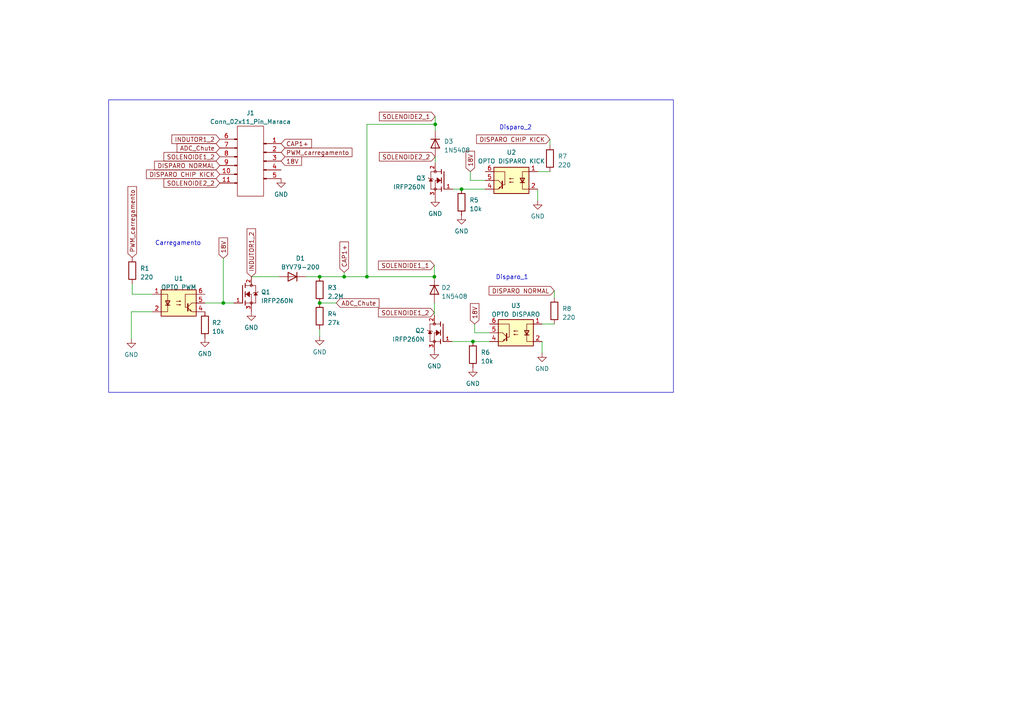
<source format=kicad_sch>
(kicad_sch (version 20230121) (generator eeschema)

  (uuid 1de9637d-97cd-4863-af99-42f1b5fd7dcb)

  (paper "A4")

  (lib_symbols
    (symbol "Device:R" (pin_numbers hide) (pin_names (offset 0)) (in_bom yes) (on_board yes)
      (property "Reference" "R" (at 2.032 0 90)
        (effects (font (size 1.27 1.27)))
      )
      (property "Value" "R" (at 0 0 90)
        (effects (font (size 1.27 1.27)))
      )
      (property "Footprint" "" (at -1.778 0 90)
        (effects (font (size 1.27 1.27)) hide)
      )
      (property "Datasheet" "~" (at 0 0 0)
        (effects (font (size 1.27 1.27)) hide)
      )
      (property "ki_keywords" "R res resistor" (at 0 0 0)
        (effects (font (size 1.27 1.27)) hide)
      )
      (property "ki_description" "Resistor" (at 0 0 0)
        (effects (font (size 1.27 1.27)) hide)
      )
      (property "ki_fp_filters" "R_*" (at 0 0 0)
        (effects (font (size 1.27 1.27)) hide)
      )
      (symbol "R_0_1"
        (rectangle (start -1.016 -2.54) (end 1.016 2.54)
          (stroke (width 0.254) (type default))
          (fill (type none))
        )
      )
      (symbol "R_1_1"
        (pin passive line (at 0 3.81 270) (length 1.27)
          (name "~" (effects (font (size 1.27 1.27))))
          (number "1" (effects (font (size 1.27 1.27))))
        )
        (pin passive line (at 0 -3.81 90) (length 1.27)
          (name "~" (effects (font (size 1.27 1.27))))
          (number "2" (effects (font (size 1.27 1.27))))
        )
      )
    )
    (symbol "Diode:1N5408" (pin_numbers hide) (pin_names hide) (in_bom yes) (on_board yes)
      (property "Reference" "D" (at 0 2.54 0)
        (effects (font (size 1.27 1.27)))
      )
      (property "Value" "1N5408" (at 0 -2.54 0)
        (effects (font (size 1.27 1.27)))
      )
      (property "Footprint" "Diode_THT:D_DO-201AD_P15.24mm_Horizontal" (at 0 -4.445 0)
        (effects (font (size 1.27 1.27)) hide)
      )
      (property "Datasheet" "http://www.vishay.com/docs/88516/1n5400.pdf" (at 0 0 0)
        (effects (font (size 1.27 1.27)) hide)
      )
      (property "Sim.Device" "D" (at 0 0 0)
        (effects (font (size 1.27 1.27)) hide)
      )
      (property "Sim.Pins" "1=K 2=A" (at 0 0 0)
        (effects (font (size 1.27 1.27)) hide)
      )
      (property "ki_keywords" "diode" (at 0 0 0)
        (effects (font (size 1.27 1.27)) hide)
      )
      (property "ki_description" "1000V 3A General Purpose Rectifier Diode, DO-201AD" (at 0 0 0)
        (effects (font (size 1.27 1.27)) hide)
      )
      (property "ki_fp_filters" "D*DO?201AD*" (at 0 0 0)
        (effects (font (size 1.27 1.27)) hide)
      )
      (symbol "1N5408_0_1"
        (polyline
          (pts
            (xy -1.27 1.27)
            (xy -1.27 -1.27)
          )
          (stroke (width 0.254) (type default))
          (fill (type none))
        )
        (polyline
          (pts
            (xy 1.27 0)
            (xy -1.27 0)
          )
          (stroke (width 0) (type default))
          (fill (type none))
        )
        (polyline
          (pts
            (xy 1.27 1.27)
            (xy 1.27 -1.27)
            (xy -1.27 0)
            (xy 1.27 1.27)
          )
          (stroke (width 0.254) (type default))
          (fill (type none))
        )
      )
      (symbol "1N5408_1_1"
        (pin passive line (at -3.81 0 0) (length 2.54)
          (name "K" (effects (font (size 1.27 1.27))))
          (number "1" (effects (font (size 1.27 1.27))))
        )
        (pin passive line (at 3.81 0 180) (length 2.54)
          (name "A" (effects (font (size 1.27 1.27))))
          (number "2" (effects (font (size 1.27 1.27))))
        )
      )
    )
    (symbol "Diode:BYV79-200" (pin_numbers hide) (pin_names hide) (in_bom yes) (on_board yes)
      (property "Reference" "D" (at 0 2.54 0)
        (effects (font (size 1.27 1.27)))
      )
      (property "Value" "BYV79-200" (at 0 -2.54 0)
        (effects (font (size 1.27 1.27)))
      )
      (property "Footprint" "Package_TO_SOT_THT:TO-220-2_Vertical" (at 0 -4.445 0)
        (effects (font (size 1.27 1.27)) hide)
      )
      (property "Datasheet" "http://pdf.datasheetcatalog.com/datasheet/philips/BYV79-100.pdf" (at 0 0 0)
        (effects (font (size 1.27 1.27)) hide)
      )
      (property "Sim.Device" "D" (at 0 0 0)
        (effects (font (size 1.27 1.27)) hide)
      )
      (property "Sim.Pins" "1=K 2=A" (at 0 0 0)
        (effects (font (size 1.27 1.27)) hide)
      )
      (property "ki_keywords" "diode" (at 0 0 0)
        (effects (font (size 1.27 1.27)) hide)
      )
      (property "ki_description" "200V 14A Ultrafast Rectifier Diode, TO-220" (at 0 0 0)
        (effects (font (size 1.27 1.27)) hide)
      )
      (property "ki_fp_filters" "TO?220*" (at 0 0 0)
        (effects (font (size 1.27 1.27)) hide)
      )
      (symbol "BYV79-200_0_1"
        (polyline
          (pts
            (xy -1.27 1.27)
            (xy -1.27 -1.27)
          )
          (stroke (width 0.254) (type default))
          (fill (type none))
        )
        (polyline
          (pts
            (xy 1.27 0)
            (xy -1.27 0)
          )
          (stroke (width 0) (type default))
          (fill (type none))
        )
        (polyline
          (pts
            (xy 1.27 1.27)
            (xy 1.27 -1.27)
            (xy -1.27 0)
            (xy 1.27 1.27)
          )
          (stroke (width 0.254) (type default))
          (fill (type none))
        )
      )
      (symbol "BYV79-200_1_1"
        (pin passive line (at -3.81 0 0) (length 2.54)
          (name "K" (effects (font (size 1.27 1.27))))
          (number "1" (effects (font (size 1.27 1.27))))
        )
        (pin passive line (at 3.81 0 180) (length 2.54)
          (name "A" (effects (font (size 1.27 1.27))))
          (number "2" (effects (font (size 1.27 1.27))))
        )
      )
    )
    (symbol "IRFP260N:IRFP260N" (pin_names (offset 1.016)) (in_bom yes) (on_board yes)
      (property "Reference" "Q" (at -8.89 2.54 0)
        (effects (font (size 1.27 1.27)) (justify left bottom))
      )
      (property "Value" "IRFP260N" (at -8.89 -7.62 0)
        (effects (font (size 1.27 1.27)) (justify left bottom))
      )
      (property "Footprint" "TO545P1560X500X2460-3" (at 0 0 0)
        (effects (font (size 1.27 1.27)) (justify bottom) hide)
      )
      (property "Datasheet" "" (at 0 0 0)
        (effects (font (size 1.27 1.27)) hide)
      )
      (property "PARTREV" "08/18/10" (at 0 0 0)
        (effects (font (size 1.27 1.27)) (justify bottom) hide)
      )
      (property "STANDARD" "IPC 7351B" (at 0 0 0)
        (effects (font (size 1.27 1.27)) (justify bottom) hide)
      )
      (property "MAXIMUM_PACKAGE_HEIGHT" "24.6 mm" (at 0 0 0)
        (effects (font (size 1.27 1.27)) (justify bottom) hide)
      )
      (property "MANUFACTURER" "Infineon Technologies" (at 0 0 0)
        (effects (font (size 1.27 1.27)) (justify bottom) hide)
      )
      (symbol "IRFP260N_0_0"
        (polyline
          (pts
            (xy 0 2.54)
            (xy 0 -2.54)
          )
          (stroke (width 0.254) (type default))
          (fill (type none))
        )
        (polyline
          (pts
            (xy 0.762 -2.54)
            (xy 0.762 -3.175)
          )
          (stroke (width 0.254) (type default))
          (fill (type none))
        )
        (polyline
          (pts
            (xy 0.762 -1.905)
            (xy 0.762 -2.54)
          )
          (stroke (width 0.254) (type default))
          (fill (type none))
        )
        (polyline
          (pts
            (xy 0.762 0)
            (xy 0.762 -0.762)
          )
          (stroke (width 0.254) (type default))
          (fill (type none))
        )
        (polyline
          (pts
            (xy 0.762 0)
            (xy 2.54 0)
          )
          (stroke (width 0.1524) (type default))
          (fill (type none))
        )
        (polyline
          (pts
            (xy 0.762 0.762)
            (xy 0.762 0)
          )
          (stroke (width 0.254) (type default))
          (fill (type none))
        )
        (polyline
          (pts
            (xy 0.762 2.54)
            (xy 0.762 1.905)
          )
          (stroke (width 0.254) (type default))
          (fill (type none))
        )
        (polyline
          (pts
            (xy 0.762 2.54)
            (xy 3.81 2.54)
          )
          (stroke (width 0.1524) (type default))
          (fill (type none))
        )
        (polyline
          (pts
            (xy 0.762 3.175)
            (xy 0.762 2.54)
          )
          (stroke (width 0.254) (type default))
          (fill (type none))
        )
        (polyline
          (pts
            (xy 2.54 -2.54)
            (xy 0.762 -2.54)
          )
          (stroke (width 0.1524) (type default))
          (fill (type none))
        )
        (polyline
          (pts
            (xy 2.54 -2.54)
            (xy 3.81 -2.54)
          )
          (stroke (width 0.1524) (type default))
          (fill (type none))
        )
        (polyline
          (pts
            (xy 2.54 0)
            (xy 2.54 -2.54)
          )
          (stroke (width 0.1524) (type default))
          (fill (type none))
        )
        (polyline
          (pts
            (xy 3.302 0.508)
            (xy 3.048 0.254)
          )
          (stroke (width 0.1524) (type default))
          (fill (type none))
        )
        (polyline
          (pts
            (xy 3.81 0.508)
            (xy 3.302 0.508)
          )
          (stroke (width 0.1524) (type default))
          (fill (type none))
        )
        (polyline
          (pts
            (xy 3.81 0.508)
            (xy 3.81 -2.54)
          )
          (stroke (width 0.1524) (type default))
          (fill (type none))
        )
        (polyline
          (pts
            (xy 3.81 2.54)
            (xy 3.81 0.508)
          )
          (stroke (width 0.1524) (type default))
          (fill (type none))
        )
        (polyline
          (pts
            (xy 4.318 0.508)
            (xy 3.81 0.508)
          )
          (stroke (width 0.1524) (type default))
          (fill (type none))
        )
        (polyline
          (pts
            (xy 4.572 0.762)
            (xy 4.318 0.508)
          )
          (stroke (width 0.1524) (type default))
          (fill (type none))
        )
        (polyline
          (pts
            (xy 1.016 0)
            (xy 2.032 0.762)
            (xy 2.032 -0.762)
            (xy 1.016 0)
          )
          (stroke (width 0.1524) (type default))
          (fill (type outline))
        )
        (polyline
          (pts
            (xy 3.81 0.508)
            (xy 3.302 -0.254)
            (xy 4.318 -0.254)
            (xy 3.81 0.508)
          )
          (stroke (width 0.1524) (type default))
          (fill (type outline))
        )
        (circle (center 2.54 -2.54) (radius 0.3592)
          (stroke (width 0) (type default))
          (fill (type none))
        )
        (circle (center 2.54 2.54) (radius 0.3592)
          (stroke (width 0) (type default))
          (fill (type none))
        )
        (pin passive line (at -2.54 -2.54 0) (length 2.54)
          (name "~" (effects (font (size 1.016 1.016))))
          (number "1" (effects (font (size 1.016 1.016))))
        )
        (pin passive line (at 2.54 5.08 270) (length 2.54)
          (name "~" (effects (font (size 1.016 1.016))))
          (number "2" (effects (font (size 1.016 1.016))))
        )
        (pin passive line (at 2.54 -5.08 90) (length 2.54)
          (name "~" (effects (font (size 1.016 1.016))))
          (number "3" (effects (font (size 1.016 1.016))))
        )
      )
    )
    (symbol "Isolator:4N25" (pin_names (offset 1.016)) (in_bom yes) (on_board yes)
      (property "Reference" "U" (at -5.08 5.08 0)
        (effects (font (size 1.27 1.27)) (justify left))
      )
      (property "Value" "4N25" (at 0 5.08 0)
        (effects (font (size 1.27 1.27)) (justify left))
      )
      (property "Footprint" "Package_DIP:DIP-6_W7.62mm" (at -5.08 -5.08 0)
        (effects (font (size 1.27 1.27) italic) (justify left) hide)
      )
      (property "Datasheet" "https://www.vishay.com/docs/83725/4n25.pdf" (at 0 0 0)
        (effects (font (size 1.27 1.27)) (justify left) hide)
      )
      (property "ki_keywords" "NPN DC Optocoupler Base Connected" (at 0 0 0)
        (effects (font (size 1.27 1.27)) hide)
      )
      (property "ki_description" "DC Optocoupler Base Connected, Vce 30V, CTR 20%, Viso 2500V, DIP6" (at 0 0 0)
        (effects (font (size 1.27 1.27)) hide)
      )
      (property "ki_fp_filters" "DIP*W7.62mm*" (at 0 0 0)
        (effects (font (size 1.27 1.27)) hide)
      )
      (symbol "4N25_0_1"
        (rectangle (start -5.08 3.81) (end 5.08 -3.81)
          (stroke (width 0.254) (type default))
          (fill (type background))
        )
        (polyline
          (pts
            (xy -3.81 -0.635)
            (xy -2.54 -0.635)
          )
          (stroke (width 0.254) (type default))
          (fill (type none))
        )
        (polyline
          (pts
            (xy 2.667 -1.397)
            (xy 3.81 -2.54)
          )
          (stroke (width 0) (type default))
          (fill (type none))
        )
        (polyline
          (pts
            (xy 2.667 -1.143)
            (xy 3.81 0)
          )
          (stroke (width 0) (type default))
          (fill (type none))
        )
        (polyline
          (pts
            (xy 3.81 -2.54)
            (xy 5.08 -2.54)
          )
          (stroke (width 0) (type default))
          (fill (type none))
        )
        (polyline
          (pts
            (xy 3.81 0)
            (xy 5.08 0)
          )
          (stroke (width 0) (type default))
          (fill (type none))
        )
        (polyline
          (pts
            (xy 2.667 -0.254)
            (xy 2.667 -2.286)
            (xy 2.667 -2.286)
          )
          (stroke (width 0.3556) (type default))
          (fill (type none))
        )
        (polyline
          (pts
            (xy -5.08 -2.54)
            (xy -3.175 -2.54)
            (xy -3.175 2.54)
            (xy -5.08 2.54)
          )
          (stroke (width 0) (type default))
          (fill (type none))
        )
        (polyline
          (pts
            (xy -3.175 -0.635)
            (xy -3.81 0.635)
            (xy -2.54 0.635)
            (xy -3.175 -0.635)
          )
          (stroke (width 0.254) (type default))
          (fill (type none))
        )
        (polyline
          (pts
            (xy 3.683 -2.413)
            (xy 3.429 -1.905)
            (xy 3.175 -2.159)
            (xy 3.683 -2.413)
          )
          (stroke (width 0) (type default))
          (fill (type none))
        )
        (polyline
          (pts
            (xy 5.08 2.54)
            (xy 1.905 2.54)
            (xy 1.905 -1.27)
            (xy 2.54 -1.27)
          )
          (stroke (width 0) (type default))
          (fill (type none))
        )
        (polyline
          (pts
            (xy -0.635 -0.508)
            (xy 0.635 -0.508)
            (xy 0.254 -0.635)
            (xy 0.254 -0.381)
            (xy 0.635 -0.508)
          )
          (stroke (width 0) (type default))
          (fill (type none))
        )
        (polyline
          (pts
            (xy -0.635 0.508)
            (xy 0.635 0.508)
            (xy 0.254 0.381)
            (xy 0.254 0.635)
            (xy 0.635 0.508)
          )
          (stroke (width 0) (type default))
          (fill (type none))
        )
      )
      (symbol "4N25_1_1"
        (pin passive line (at -7.62 2.54 0) (length 2.54)
          (name "~" (effects (font (size 1.27 1.27))))
          (number "1" (effects (font (size 1.27 1.27))))
        )
        (pin passive line (at -7.62 -2.54 0) (length 2.54)
          (name "~" (effects (font (size 1.27 1.27))))
          (number "2" (effects (font (size 1.27 1.27))))
        )
        (pin no_connect line (at -5.08 0 0) (length 2.54) hide
          (name "NC" (effects (font (size 1.27 1.27))))
          (number "3" (effects (font (size 1.27 1.27))))
        )
        (pin passive line (at 7.62 -2.54 180) (length 2.54)
          (name "~" (effects (font (size 1.27 1.27))))
          (number "4" (effects (font (size 1.27 1.27))))
        )
        (pin passive line (at 7.62 0 180) (length 2.54)
          (name "~" (effects (font (size 1.27 1.27))))
          (number "5" (effects (font (size 1.27 1.27))))
        )
        (pin passive line (at 7.62 2.54 180) (length 2.54)
          (name "~" (effects (font (size 1.27 1.27))))
          (number "6" (effects (font (size 1.27 1.27))))
        )
      )
    )
    (symbol "Maraca:Conn_02x11_Pin_Maraca" (pin_names (offset 1.016) hide) (in_bom yes) (on_board yes)
      (property "Reference" "J" (at -29.21 16.51 0)
        (effects (font (size 1.27 1.27)))
      )
      (property "Value" "Conn_02x11_Pin_Maraca" (at -29.21 -7.62 0)
        (effects (font (size 1.27 1.27)))
      )
      (property "Footprint" "" (at -33.02 11.43 0)
        (effects (font (size 1.27 1.27)) hide)
      )
      (property "Datasheet" "~" (at -33.02 11.43 0)
        (effects (font (size 1.27 1.27)) hide)
      )
      (property "ki_locked" "" (at 0 0 0)
        (effects (font (size 1.27 1.27)))
      )
      (property "ki_keywords" "connector" (at 0 0 0)
        (effects (font (size 1.27 1.27)) hide)
      )
      (property "ki_description" "Generic connector, single row, 01x13, script generated" (at 0 0 0)
        (effects (font (size 1.27 1.27)) hide)
      )
      (property "ki_fp_filters" "Connector*:*_1x??_*" (at 0 0 0)
        (effects (font (size 1.27 1.27)) hide)
      )
      (symbol "Conn_02x11_Pin_Maraca_1_1"
        (rectangle (start -33.02 -1.397) (end -33.8836 -1.143)
          (stroke (width 0.1524) (type default))
          (fill (type outline))
        )
        (rectangle (start -33.02 1.143) (end -33.8836 1.397)
          (stroke (width 0.1524) (type default))
          (fill (type outline))
        )
        (rectangle (start -33.02 3.683) (end -33.8836 3.937)
          (stroke (width 0.1524) (type default))
          (fill (type outline))
        )
        (rectangle (start -33.02 6.223) (end -33.8836 6.477)
          (stroke (width 0.1524) (type default))
          (fill (type outline))
        )
        (rectangle (start -33.02 8.763) (end -33.8836 9.017)
          (stroke (width 0.1524) (type default))
          (fill (type outline))
        )
        (rectangle (start -33.02 11.303) (end -33.8836 11.557)
          (stroke (width 0.1524) (type default))
          (fill (type outline))
        )
        (rectangle (start -33.02 15.24) (end -25.4 -5.08)
          (stroke (width 0) (type default))
          (fill (type none))
        )
        (rectangle (start -24.5364 0.127) (end -25.4 -0.127)
          (stroke (width 0.1524) (type default))
          (fill (type outline))
        )
        (rectangle (start -24.5364 2.667) (end -25.4 2.413)
          (stroke (width 0.1524) (type default))
          (fill (type outline))
        )
        (rectangle (start -24.5364 5.207) (end -25.4 4.953)
          (stroke (width 0.1524) (type default))
          (fill (type outline))
        )
        (rectangle (start -24.5364 7.747) (end -25.4 7.493)
          (stroke (width 0.1524) (type default))
          (fill (type outline))
        )
        (rectangle (start -24.5364 10.287) (end -25.4 10.033)
          (stroke (width 0.1524) (type default))
          (fill (type outline))
        )
        (polyline
          (pts
            (xy -34.29 -1.27)
            (xy -33.8836 -1.27)
          )
          (stroke (width 0.1524) (type default))
          (fill (type none))
        )
        (polyline
          (pts
            (xy -34.29 1.27)
            (xy -33.8836 1.27)
          )
          (stroke (width 0.1524) (type default))
          (fill (type none))
        )
        (polyline
          (pts
            (xy -34.29 3.81)
            (xy -33.8836 3.81)
          )
          (stroke (width 0.1524) (type default))
          (fill (type none))
        )
        (polyline
          (pts
            (xy -34.29 6.35)
            (xy -33.8836 6.35)
          )
          (stroke (width 0.1524) (type default))
          (fill (type none))
        )
        (polyline
          (pts
            (xy -34.29 8.89)
            (xy -33.8836 8.89)
          )
          (stroke (width 0.1524) (type default))
          (fill (type none))
        )
        (polyline
          (pts
            (xy -34.29 11.43)
            (xy -33.8836 11.43)
          )
          (stroke (width 0.1524) (type default))
          (fill (type none))
        )
        (polyline
          (pts
            (xy -24.13 0)
            (xy -24.5364 0)
          )
          (stroke (width 0.1524) (type default))
          (fill (type none))
        )
        (polyline
          (pts
            (xy -24.13 2.54)
            (xy -24.5364 2.54)
          )
          (stroke (width 0.1524) (type default))
          (fill (type none))
        )
        (polyline
          (pts
            (xy -24.13 5.08)
            (xy -24.5364 5.08)
          )
          (stroke (width 0.1524) (type default))
          (fill (type none))
        )
        (polyline
          (pts
            (xy -24.13 7.62)
            (xy -24.5364 7.62)
          )
          (stroke (width 0.1524) (type default))
          (fill (type none))
        )
        (polyline
          (pts
            (xy -24.13 10.16)
            (xy -24.5364 10.16)
          )
          (stroke (width 0.1524) (type default))
          (fill (type none))
        )
        (pin passive line (at -20.32 10.16 180) (length 3.81)
          (name "Pin_1" (effects (font (size 1.27 1.27))))
          (number "1" (effects (font (size 1.27 1.27))))
        )
        (pin passive line (at -38.1 1.27 0) (length 3.81)
          (name "Pin_10" (effects (font (size 1.27 1.27))))
          (number "10" (effects (font (size 1.27 1.27))))
        )
        (pin passive line (at -38.1 -1.27 0) (length 3.81)
          (name "Pin_11" (effects (font (size 1.27 1.27))))
          (number "11" (effects (font (size 1.27 1.27))))
        )
        (pin passive line (at -20.32 7.62 180) (length 3.81)
          (name "Pin_2" (effects (font (size 1.27 1.27))))
          (number "2" (effects (font (size 1.27 1.27))))
        )
        (pin passive line (at -20.32 5.08 180) (length 3.81)
          (name "Pin_3" (effects (font (size 1.27 1.27))))
          (number "3" (effects (font (size 1.27 1.27))))
        )
        (pin passive line (at -20.32 2.54 180) (length 3.81)
          (name "Pin_4" (effects (font (size 1.27 1.27))))
          (number "4" (effects (font (size 1.27 1.27))))
        )
        (pin passive line (at -20.32 0 180) (length 3.81)
          (name "Pin_5" (effects (font (size 1.27 1.27))))
          (number "5" (effects (font (size 1.27 1.27))))
        )
        (pin passive line (at -38.1 11.43 0) (length 3.81)
          (name "Pin_6" (effects (font (size 1.27 1.27))))
          (number "6" (effects (font (size 1.27 1.27))))
        )
        (pin passive line (at -38.1 8.89 0) (length 3.81)
          (name "Pin_7" (effects (font (size 1.27 1.27))))
          (number "7" (effects (font (size 1.27 1.27))))
        )
        (pin passive line (at -38.1 6.35 0) (length 3.81)
          (name "Pin_8" (effects (font (size 1.27 1.27))))
          (number "8" (effects (font (size 1.27 1.27))))
        )
        (pin passive line (at -38.1 3.81 0) (length 3.81)
          (name "Pin_9" (effects (font (size 1.27 1.27))))
          (number "9" (effects (font (size 1.27 1.27))))
        )
      )
    )
    (symbol "power:GND" (power) (pin_names (offset 0)) (in_bom yes) (on_board yes)
      (property "Reference" "#PWR" (at 0 -6.35 0)
        (effects (font (size 1.27 1.27)) hide)
      )
      (property "Value" "GND" (at 0 -3.81 0)
        (effects (font (size 1.27 1.27)))
      )
      (property "Footprint" "" (at 0 0 0)
        (effects (font (size 1.27 1.27)) hide)
      )
      (property "Datasheet" "" (at 0 0 0)
        (effects (font (size 1.27 1.27)) hide)
      )
      (property "ki_keywords" "global power" (at 0 0 0)
        (effects (font (size 1.27 1.27)) hide)
      )
      (property "ki_description" "Power symbol creates a global label with name \"GND\" , ground" (at 0 0 0)
        (effects (font (size 1.27 1.27)) hide)
      )
      (symbol "GND_0_1"
        (polyline
          (pts
            (xy 0 0)
            (xy 0 -1.27)
            (xy 1.27 -1.27)
            (xy 0 -2.54)
            (xy -1.27 -1.27)
            (xy 0 -1.27)
          )
          (stroke (width 0) (type default))
          (fill (type none))
        )
      )
      (symbol "GND_1_1"
        (pin power_in line (at 0 0 270) (length 0) hide
          (name "GND" (effects (font (size 1.27 1.27))))
          (number "1" (effects (font (size 1.27 1.27))))
        )
      )
    )
  )

  (junction (at 64.77 87.884) (diameter 0) (color 0 0 0 0)
    (uuid 20ff674d-cdfd-4fbd-a88e-12f27493bf36)
  )
  (junction (at 99.822 80.264) (diameter 0) (color 0 0 0 0)
    (uuid 5c7adb63-4110-413b-801f-5119ddf654e9)
  )
  (junction (at 126.238 36.068) (diameter 0) (color 0 0 0 0)
    (uuid 5c9e4e2b-54f3-4678-b3c0-01948c66dd80)
  )
  (junction (at 106.426 80.264) (diameter 0) (color 0 0 0 0)
    (uuid 6727a927-83a0-4ebc-b4b1-e121bd857375)
  )
  (junction (at 137.16 99.06) (diameter 0) (color 0 0 0 0)
    (uuid 9384c846-3e07-4e8b-a6a3-baf6491b8b31)
  )
  (junction (at 125.984 80.264) (diameter 0) (color 0 0 0 0)
    (uuid c87a078c-243e-4d6b-a8da-9bedd0c89b03)
  )
  (junction (at 92.71 87.884) (diameter 0) (color 0 0 0 0)
    (uuid d8bf2dd9-a9bc-4382-8ad0-4a0a07ddfb6b)
  )
  (junction (at 133.858 54.864) (diameter 0) (color 0 0 0 0)
    (uuid dc107b70-f4a3-41b6-8973-e95e46c1faf6)
  )
  (junction (at 92.71 80.264) (diameter 0) (color 0 0 0 0)
    (uuid ee4fa9d7-1494-4376-8874-0cb6585da704)
  )

  (wire (pts (xy 59.436 87.884) (xy 64.77 87.884))
    (stroke (width 0) (type default))
    (uuid 1910263a-1c70-470a-a35c-8e0d474aa0cf)
  )
  (wire (pts (xy 160.782 84.328) (xy 160.782 86.36))
    (stroke (width 0) (type default))
    (uuid 281144ec-b040-4533-87bf-a1f686e886d9)
  )
  (wire (pts (xy 88.646 80.264) (xy 92.71 80.264))
    (stroke (width 0) (type default))
    (uuid 2b406aef-23be-4352-aeb7-ac23dc62a388)
  )
  (wire (pts (xy 136.398 52.324) (xy 136.398 49.784))
    (stroke (width 0) (type default))
    (uuid 3820ac9e-266d-4bca-911f-0a48ceff7106)
  )
  (wire (pts (xy 137.16 99.06) (xy 141.986 99.06))
    (stroke (width 0) (type default))
    (uuid 3c961268-44c2-4580-a110-58ce2cb5273a)
  )
  (wire (pts (xy 64.77 74.93) (xy 64.77 87.884))
    (stroke (width 0) (type default))
    (uuid 3d983c13-d253-4ae3-a615-46556f0d2de3)
  )
  (wire (pts (xy 159.512 49.784) (xy 155.956 49.784))
    (stroke (width 0) (type default))
    (uuid 4a54c36b-b76f-4ad7-8e85-c22d77eed8c2)
  )
  (wire (pts (xy 125.984 87.884) (xy 125.984 91.44))
    (stroke (width 0) (type default))
    (uuid 52ebb1db-a36d-48b7-b636-22365373e5e7)
  )
  (wire (pts (xy 92.71 97.536) (xy 92.71 95.504))
    (stroke (width 0) (type default))
    (uuid 5521bf3d-5b92-432b-8474-3d7e6996f4f3)
  )
  (wire (pts (xy 38.354 82.296) (xy 38.354 85.344))
    (stroke (width 0) (type default))
    (uuid 5b00b66c-2cb0-4cc4-9141-6fcab6dc7cf9)
  )
  (wire (pts (xy 38.354 85.344) (xy 44.196 85.344))
    (stroke (width 0) (type default))
    (uuid 5c8fb986-55dd-4f29-b070-af1be41772c5)
  )
  (wire (pts (xy 126.238 37.846) (xy 126.238 36.068))
    (stroke (width 0) (type default))
    (uuid 5d8e9657-cc35-4c0a-b512-c1eddc2eb5ec)
  )
  (wire (pts (xy 160.782 93.98) (xy 157.226 93.98))
    (stroke (width 0) (type default))
    (uuid 60995cc3-ddf0-41b7-a2ef-c5cc08dd9f68)
  )
  (wire (pts (xy 99.822 78.994) (xy 99.822 80.264))
    (stroke (width 0) (type default))
    (uuid 660d99a8-c0bd-4575-9369-6727e0cb75ff)
  )
  (wire (pts (xy 140.716 52.324) (xy 136.398 52.324))
    (stroke (width 0) (type default))
    (uuid 7a892e92-9c1b-42ed-b695-41ff2d67106a)
  )
  (wire (pts (xy 72.898 80.264) (xy 81.026 80.264))
    (stroke (width 0) (type default))
    (uuid 877e05fa-673b-48ff-8718-07d29bbb8aec)
  )
  (wire (pts (xy 125.984 76.962) (xy 125.984 80.264))
    (stroke (width 0) (type default))
    (uuid 97bb53df-1981-462b-b11b-6c08143873c9)
  )
  (wire (pts (xy 106.426 36.068) (xy 126.238 36.068))
    (stroke (width 0) (type default))
    (uuid a3db7da2-b74d-4cfc-9d49-adde313ac624)
  )
  (wire (pts (xy 157.226 99.06) (xy 157.226 102.362))
    (stroke (width 0) (type default))
    (uuid a4d24db6-1fc7-416a-92dd-f66111675595)
  )
  (wire (pts (xy 92.71 80.264) (xy 99.822 80.264))
    (stroke (width 0) (type default))
    (uuid a80d020d-0d46-4550-b1d0-4f062ae7f179)
  )
  (wire (pts (xy 38.1 90.424) (xy 44.196 90.424))
    (stroke (width 0) (type default))
    (uuid b02e37a5-d339-467c-a704-2a4742624999)
  )
  (wire (pts (xy 97.536 87.884) (xy 92.71 87.884))
    (stroke (width 0) (type default))
    (uuid b99bd3de-ed72-42f2-a04a-a8579d2de182)
  )
  (wire (pts (xy 126.238 45.466) (xy 126.238 47.244))
    (stroke (width 0) (type default))
    (uuid c229ed14-7969-4315-9f0f-233fb2a7735a)
  )
  (wire (pts (xy 99.822 80.264) (xy 106.426 80.264))
    (stroke (width 0) (type default))
    (uuid d3aaddea-a3cf-4fc6-a864-17e7c1c71bc6)
  )
  (wire (pts (xy 141.986 96.52) (xy 137.668 96.52))
    (stroke (width 0) (type default))
    (uuid d64306de-685c-4d9f-8711-5ac688b1cc15)
  )
  (wire (pts (xy 159.512 40.386) (xy 159.512 42.164))
    (stroke (width 0) (type default))
    (uuid d79a0700-f4b5-4547-a97b-dc52ac448cc3)
  )
  (wire (pts (xy 131.318 54.864) (xy 133.858 54.864))
    (stroke (width 0) (type default))
    (uuid dd9aa82b-b4ab-4bcf-a3cd-eef4ddc6d452)
  )
  (wire (pts (xy 137.668 96.52) (xy 137.668 93.98))
    (stroke (width 0) (type default))
    (uuid e168ac93-665a-4b12-9345-9ecd4728d6c5)
  )
  (wire (pts (xy 64.77 87.884) (xy 67.818 87.884))
    (stroke (width 0) (type default))
    (uuid e42d68a6-65c1-4a99-8c79-f7f5a509052d)
  )
  (wire (pts (xy 131.064 99.06) (xy 137.16 99.06))
    (stroke (width 0) (type default))
    (uuid ed192510-2aa9-484e-a11d-5f30f6efe980)
  )
  (wire (pts (xy 155.956 54.864) (xy 155.956 58.166))
    (stroke (width 0) (type default))
    (uuid ed541d2a-437d-449b-815c-6c100b0d27d5)
  )
  (wire (pts (xy 126.238 36.068) (xy 126.238 33.782))
    (stroke (width 0) (type default))
    (uuid f2150c67-ce80-49e8-b377-b4a610a7c776)
  )
  (wire (pts (xy 106.426 36.068) (xy 106.426 80.264))
    (stroke (width 0) (type default))
    (uuid f8b5e6dd-4770-4412-855b-b7c60ce9f142)
  )
  (wire (pts (xy 133.858 54.864) (xy 140.716 54.864))
    (stroke (width 0) (type default))
    (uuid fb1857ff-a1dd-4561-939e-de8b370925b3)
  )
  (wire (pts (xy 38.1 98.298) (xy 38.1 90.424))
    (stroke (width 0) (type default))
    (uuid fba6cc33-cde5-4a2b-811c-7537ffc61617)
  )
  (wire (pts (xy 106.426 80.264) (xy 125.984 80.264))
    (stroke (width 0) (type default))
    (uuid fc794c21-22cf-46b0-b741-875dbad86f63)
  )

  (rectangle (start 31.496 28.956) (end 195.326 113.792)
    (stroke (width 0) (type default))
    (fill (type none))
    (uuid 8849274a-61b7-460b-a1cb-1527e4437f5c)
  )

  (text "Disparo_2" (at 144.78 37.846 0)
    (effects (font (size 1.27 1.27)) (justify left bottom))
    (uuid a6e33cd2-5e47-42a2-a50f-0139a1ba20ca)
  )
  (text "Carregamento" (at 44.958 71.374 0)
    (effects (font (size 1.27 1.27)) (justify left bottom))
    (uuid c5e1f982-7b7e-492c-9753-b7ebecf3291f)
  )
  (text "Disparo_1" (at 143.764 81.28 0)
    (effects (font (size 1.27 1.27)) (justify left bottom))
    (uuid c876f88b-c201-45ea-aac8-e9700a037469)
  )

  (global_label "INDUTOR1_2" (shape input) (at 63.754 40.386 180) (fields_autoplaced)
    (effects (font (size 1.27 1.27)) (justify right))
    (uuid 0514d13c-56e1-43da-b008-6f3792c4689f)
    (property "Intersheetrefs" "${INTERSHEET_REFS}" (at 49.3577 40.386 0)
      (effects (font (size 1.27 1.27)) (justify right) hide)
    )
  )
  (global_label "DISPARO NORMAL" (shape input) (at 160.782 84.328 180) (fields_autoplaced)
    (effects (font (size 1.27 1.27)) (justify right))
    (uuid 1306ba06-edbe-404f-9cec-6c53581f6b57)
    (property "Intersheetrefs" "${INTERSHEET_REFS}" (at 141.3661 84.328 0)
      (effects (font (size 1.27 1.27)) (justify right) hide)
    )
  )
  (global_label "PWM_carregamento" (shape input) (at 38.354 74.676 90) (fields_autoplaced)
    (effects (font (size 1.27 1.27)) (justify left))
    (uuid 165594d3-17ac-4d98-a8c1-38f13ee18d2c)
    (property "Intersheetrefs" "${INTERSHEET_REFS}" (at 38.354 53.6276 90)
      (effects (font (size 1.27 1.27)) (justify left) hide)
    )
  )
  (global_label "DISPARO CHIP KICK" (shape input) (at 159.512 40.386 180) (fields_autoplaced)
    (effects (font (size 1.27 1.27)) (justify right))
    (uuid 19f0daac-2fd0-4d79-a8fd-0ee8e2e07433)
    (property "Intersheetrefs" "${INTERSHEET_REFS}" (at 137.7375 40.386 0)
      (effects (font (size 1.27 1.27)) (justify right) hide)
    )
  )
  (global_label "SOLENOIDE2_1" (shape input) (at 126.238 33.782 180) (fields_autoplaced)
    (effects (font (size 1.27 1.27)) (justify right))
    (uuid 2154d845-dacf-4d33-9dbe-13a2a7c615dd)
    (property "Intersheetrefs" "${INTERSHEET_REFS}" (at 109.5437 33.782 0)
      (effects (font (size 1.27 1.27)) (justify right) hide)
    )
  )
  (global_label "INDUTOR1_2" (shape input) (at 72.898 80.264 90) (fields_autoplaced)
    (effects (font (size 1.27 1.27)) (justify left))
    (uuid 2d6839df-5caa-468d-bc42-dac61c101bdc)
    (property "Intersheetrefs" "${INTERSHEET_REFS}" (at 72.898 65.8677 90)
      (effects (font (size 1.27 1.27)) (justify left) hide)
    )
  )
  (global_label "SOLENOIDE1_1" (shape input) (at 125.984 76.962 180) (fields_autoplaced)
    (effects (font (size 1.27 1.27)) (justify right))
    (uuid 2e1ddd3d-ba13-42d2-8396-43400acf93e3)
    (property "Intersheetrefs" "${INTERSHEET_REFS}" (at 109.2897 76.962 0)
      (effects (font (size 1.27 1.27)) (justify right) hide)
    )
  )
  (global_label "18V" (shape input) (at 81.534 46.736 0) (fields_autoplaced)
    (effects (font (size 1.27 1.27)) (justify left))
    (uuid 311d1ee5-3fb9-4bc9-abf7-0e83c482c9f2)
    (property "Intersheetrefs" "${INTERSHEET_REFS}" (at 87.9474 46.736 0)
      (effects (font (size 1.27 1.27)) (justify left) hide)
    )
  )
  (global_label "SOLENOIDE1_2" (shape input) (at 63.754 45.466 180) (fields_autoplaced)
    (effects (font (size 1.27 1.27)) (justify right))
    (uuid 37989e5b-c1a3-4851-a663-a91fb14a9d5e)
    (property "Intersheetrefs" "${INTERSHEET_REFS}" (at 47.0597 45.466 0)
      (effects (font (size 1.27 1.27)) (justify right) hide)
    )
  )
  (global_label "CAP1+" (shape input) (at 81.534 41.656 0) (fields_autoplaced)
    (effects (font (size 1.27 1.27)) (justify left))
    (uuid 4b27a29f-9ae9-496e-a9dd-ea796ad46336)
    (property "Intersheetrefs" "${INTERSHEET_REFS}" (at 90.8503 41.656 0)
      (effects (font (size 1.27 1.27)) (justify left) hide)
    )
  )
  (global_label "ADC_Chute" (shape input) (at 97.536 87.884 0) (fields_autoplaced)
    (effects (font (size 1.27 1.27)) (justify left))
    (uuid 627adaea-074d-4be4-8c98-fdd02b5ffcbe)
    (property "Intersheetrefs" "${INTERSHEET_REFS}" (at 110.4203 87.884 0)
      (effects (font (size 1.27 1.27)) (justify left) hide)
    )
  )
  (global_label "SOLENOIDE2_2" (shape input) (at 126.238 45.466 180) (fields_autoplaced)
    (effects (font (size 1.27 1.27)) (justify right))
    (uuid 69c20978-8357-464e-ab14-1a46a954c7ab)
    (property "Intersheetrefs" "${INTERSHEET_REFS}" (at 109.5437 45.466 0)
      (effects (font (size 1.27 1.27)) (justify right) hide)
    )
  )
  (global_label "18V" (shape input) (at 136.398 49.784 90) (fields_autoplaced)
    (effects (font (size 1.27 1.27)) (justify left))
    (uuid a33bdb36-c5fe-40d8-b263-2dcf6b4cb201)
    (property "Intersheetrefs" "${INTERSHEET_REFS}" (at 136.398 43.3706 90)
      (effects (font (size 1.27 1.27)) (justify left) hide)
    )
  )
  (global_label "18V" (shape input) (at 137.668 93.98 90) (fields_autoplaced)
    (effects (font (size 1.27 1.27)) (justify left))
    (uuid a458f27c-cd69-4fdf-a25e-8847aa18698a)
    (property "Intersheetrefs" "${INTERSHEET_REFS}" (at 137.668 87.5666 90)
      (effects (font (size 1.27 1.27)) (justify left) hide)
    )
  )
  (global_label "DISPARO CHIP KICK" (shape input) (at 63.754 50.546 180) (fields_autoplaced)
    (effects (font (size 1.27 1.27)) (justify right))
    (uuid a6803de0-a338-4fe8-8739-b2c1f51078ef)
    (property "Intersheetrefs" "${INTERSHEET_REFS}" (at 41.9795 50.546 0)
      (effects (font (size 1.27 1.27)) (justify right) hide)
    )
  )
  (global_label "SOLENOIDE1_2" (shape input) (at 125.984 90.678 180) (fields_autoplaced)
    (effects (font (size 1.27 1.27)) (justify right))
    (uuid a77e5aa3-111e-4457-ad4d-dab8777a4691)
    (property "Intersheetrefs" "${INTERSHEET_REFS}" (at 109.2897 90.678 0)
      (effects (font (size 1.27 1.27)) (justify right) hide)
    )
  )
  (global_label "PWM_carregamento" (shape input) (at 81.534 44.196 0) (fields_autoplaced)
    (effects (font (size 1.27 1.27)) (justify left))
    (uuid accf1860-7ca6-4611-a8cb-9e429663a7de)
    (property "Intersheetrefs" "${INTERSHEET_REFS}" (at 102.5824 44.196 0)
      (effects (font (size 1.27 1.27)) (justify left) hide)
    )
  )
  (global_label "DISPARO NORMAL" (shape input) (at 63.754 48.006 180) (fields_autoplaced)
    (effects (font (size 1.27 1.27)) (justify right))
    (uuid b803afe5-40ec-4b62-a4a0-90c3c445e23b)
    (property "Intersheetrefs" "${INTERSHEET_REFS}" (at 44.3381 48.006 0)
      (effects (font (size 1.27 1.27)) (justify right) hide)
    )
  )
  (global_label "CAP1+" (shape input) (at 99.822 78.994 90) (fields_autoplaced)
    (effects (font (size 1.27 1.27)) (justify left))
    (uuid ca7623d7-899a-48c9-93cf-2372441e8087)
    (property "Intersheetrefs" "${INTERSHEET_REFS}" (at 99.822 69.6777 90)
      (effects (font (size 1.27 1.27)) (justify left) hide)
    )
  )
  (global_label "SOLENOIDE2_2" (shape input) (at 63.754 53.086 180) (fields_autoplaced)
    (effects (font (size 1.27 1.27)) (justify right))
    (uuid e2139469-2a18-482a-9777-58d11fd0fade)
    (property "Intersheetrefs" "${INTERSHEET_REFS}" (at 47.0597 53.086 0)
      (effects (font (size 1.27 1.27)) (justify right) hide)
    )
  )
  (global_label "18V" (shape input) (at 64.77 74.93 90) (fields_autoplaced)
    (effects (font (size 1.27 1.27)) (justify left))
    (uuid e7246cda-aeb5-4c2a-a031-2bb1bb6ecee2)
    (property "Intersheetrefs" "${INTERSHEET_REFS}" (at 64.77 68.5166 90)
      (effects (font (size 1.27 1.27)) (justify left) hide)
    )
  )
  (global_label "ADC_Chute" (shape input) (at 63.754 42.926 180) (fields_autoplaced)
    (effects (font (size 1.27 1.27)) (justify right))
    (uuid fc17a17b-91d3-4d64-a437-3f65b8b6c9c5)
    (property "Intersheetrefs" "${INTERSHEET_REFS}" (at 50.8697 42.926 0)
      (effects (font (size 1.27 1.27)) (justify right) hide)
    )
  )

  (symbol (lib_id "power:GND") (at 92.71 97.536 0) (unit 1)
    (in_bom yes) (on_board yes) (dnp no) (fields_autoplaced)
    (uuid 0420e088-7489-4ba9-9c68-204dfa4c7131)
    (property "Reference" "#PWR06" (at 92.71 103.886 0)
      (effects (font (size 1.27 1.27)) hide)
    )
    (property "Value" "GND" (at 92.71 102.108 0)
      (effects (font (size 1.27 1.27)))
    )
    (property "Footprint" "" (at 92.71 97.536 0)
      (effects (font (size 1.27 1.27)) hide)
    )
    (property "Datasheet" "" (at 92.71 97.536 0)
      (effects (font (size 1.27 1.27)) hide)
    )
    (pin "1" (uuid 3d698a09-5707-43aa-b7f8-df31a7be6ef9))
    (instances
      (project "Placa do Chute v2b"
        (path "/1de9637d-97cd-4863-af99-42f1b5fd7dcb"
          (reference "#PWR06") (unit 1)
        )
      )
    )
  )

  (symbol (lib_id "Device:R") (at 92.71 91.694 0) (unit 1)
    (in_bom yes) (on_board yes) (dnp no) (fields_autoplaced)
    (uuid 0ba3f6a8-836f-4dff-8f9b-2fa667d410de)
    (property "Reference" "R4" (at 94.996 91.059 0)
      (effects (font (size 1.27 1.27)) (justify left))
    )
    (property "Value" "27k" (at 94.996 93.599 0)
      (effects (font (size 1.27 1.27)) (justify left))
    )
    (property "Footprint" "Resistor_THT:R_Axial_DIN0207_L6.3mm_D2.5mm_P10.16mm_Horizontal" (at 90.932 91.694 90)
      (effects (font (size 1.27 1.27)) hide)
    )
    (property "Datasheet" "~" (at 92.71 91.694 0)
      (effects (font (size 1.27 1.27)) hide)
    )
    (pin "1" (uuid c6e8fc3f-25c8-4005-b32c-3af4d3beb14f))
    (pin "2" (uuid 3f34bc01-8952-4ef2-a5ac-dd2ef8568272))
    (instances
      (project "Placa do Chute v2b"
        (path "/1de9637d-97cd-4863-af99-42f1b5fd7dcb"
          (reference "R4") (unit 1)
        )
      )
    )
  )

  (symbol (lib_id "Device:R") (at 133.858 58.674 0) (unit 1)
    (in_bom yes) (on_board yes) (dnp no) (fields_autoplaced)
    (uuid 110d2dc9-c6ac-463d-939c-098b678b998b)
    (property "Reference" "R5" (at 136.144 58.039 0)
      (effects (font (size 1.27 1.27)) (justify left))
    )
    (property "Value" "10k" (at 136.144 60.579 0)
      (effects (font (size 1.27 1.27)) (justify left))
    )
    (property "Footprint" "Resistor_THT:R_Axial_DIN0207_L6.3mm_D2.5mm_P10.16mm_Horizontal" (at 132.08 58.674 90)
      (effects (font (size 1.27 1.27)) hide)
    )
    (property "Datasheet" "~" (at 133.858 58.674 0)
      (effects (font (size 1.27 1.27)) hide)
    )
    (pin "1" (uuid 8b448456-af31-4bb1-9380-9036aaec91cb))
    (pin "2" (uuid 634a9399-09af-4db0-bc3a-0f16cf943a90))
    (instances
      (project "Placa do Chute v2b"
        (path "/1de9637d-97cd-4863-af99-42f1b5fd7dcb"
          (reference "R5") (unit 1)
        )
      )
    )
  )

  (symbol (lib_id "power:GND") (at 137.16 106.68 0) (unit 1)
    (in_bom yes) (on_board yes) (dnp no) (fields_autoplaced)
    (uuid 188a64a3-aefe-4a11-bc94-a4c2f43fa528)
    (property "Reference" "#PWR011" (at 137.16 113.03 0)
      (effects (font (size 1.27 1.27)) hide)
    )
    (property "Value" "GND" (at 137.16 111.252 0)
      (effects (font (size 1.27 1.27)))
    )
    (property "Footprint" "" (at 137.16 106.68 0)
      (effects (font (size 1.27 1.27)) hide)
    )
    (property "Datasheet" "" (at 137.16 106.68 0)
      (effects (font (size 1.27 1.27)) hide)
    )
    (pin "1" (uuid 727b994c-3f37-409f-80f9-e42be98e65b2))
    (instances
      (project "Placa do Chute v2b"
        (path "/1de9637d-97cd-4863-af99-42f1b5fd7dcb"
          (reference "#PWR011") (unit 1)
        )
      )
    )
  )

  (symbol (lib_id "Diode:BYV79-200") (at 84.836 80.264 180) (unit 1)
    (in_bom yes) (on_board yes) (dnp no)
    (uuid 1f3720a5-4704-447c-a53e-03f6fa3850a5)
    (property "Reference" "D1" (at 87.122 74.93 0)
      (effects (font (size 1.27 1.27)))
    )
    (property "Value" "BYV79-200" (at 87.122 77.47 0)
      (effects (font (size 1.27 1.27)))
    )
    (property "Footprint" "Package_TO_SOT_THT:TO-220-2_Vertical" (at 84.836 75.819 0)
      (effects (font (size 1.27 1.27)) hide)
    )
    (property "Datasheet" "http://pdf.datasheetcatalog.com/datasheet/philips/BYV79-100.pdf" (at 84.836 80.264 0)
      (effects (font (size 1.27 1.27)) hide)
    )
    (property "Sim.Device" "D" (at 84.836 80.264 0)
      (effects (font (size 1.27 1.27)) hide)
    )
    (property "Sim.Pins" "1=K 2=A" (at 84.836 80.264 0)
      (effects (font (size 1.27 1.27)) hide)
    )
    (pin "1" (uuid 6c7e8494-9ed8-4b24-afa6-56cca3c3f5bc))
    (pin "2" (uuid 2d0f77c4-deec-4444-acf2-bb38b8e2d8f5))
    (instances
      (project "Placa do Chute v2b"
        (path "/1de9637d-97cd-4863-af99-42f1b5fd7dcb"
          (reference "D1") (unit 1)
        )
      )
    )
  )

  (symbol (lib_id "IRFP260N:IRFP260N") (at 128.778 52.324 0) (mirror y) (unit 1)
    (in_bom yes) (on_board yes) (dnp no)
    (uuid 26915a15-6278-4a05-927d-a62b410c38f9)
    (property "Reference" "Q3" (at 123.444 51.689 0)
      (effects (font (size 1.27 1.27)) (justify left))
    )
    (property "Value" "IRFP260N" (at 123.444 54.229 0)
      (effects (font (size 1.27 1.27)) (justify left))
    )
    (property "Footprint" "Maraca:TO545P1560X500X2460-3 90d" (at 128.778 52.324 0)
      (effects (font (size 1.27 1.27)) (justify bottom) hide)
    )
    (property "Datasheet" "" (at 128.778 52.324 0)
      (effects (font (size 1.27 1.27)) hide)
    )
    (property "PARTREV" "08/18/10" (at 128.778 52.324 0)
      (effects (font (size 1.27 1.27)) (justify bottom) hide)
    )
    (property "STANDARD" "IPC 7351B" (at 128.778 52.324 0)
      (effects (font (size 1.27 1.27)) (justify bottom) hide)
    )
    (property "MAXIMUM_PACKAGE_HEIGHT" "24.6 mm" (at 128.778 52.324 0)
      (effects (font (size 1.27 1.27)) (justify bottom) hide)
    )
    (property "MANUFACTURER" "Infineon Technologies" (at 128.778 52.324 0)
      (effects (font (size 1.27 1.27)) (justify bottom) hide)
    )
    (pin "1" (uuid a8d44c1e-a30a-4153-9f59-a21aba149b90))
    (pin "2" (uuid 48edd630-7814-4706-ba0b-d8edafb70935))
    (pin "3" (uuid f9d3d333-d762-4227-a7e8-02412b3ef533))
    (instances
      (project "Placa do Chute v2b"
        (path "/1de9637d-97cd-4863-af99-42f1b5fd7dcb"
          (reference "Q3") (unit 1)
        )
      )
    )
  )

  (symbol (lib_id "IRFP260N:IRFP260N") (at 70.358 85.344 0) (unit 1)
    (in_bom yes) (on_board yes) (dnp no) (fields_autoplaced)
    (uuid 2fe672d9-9575-4546-997e-8e44ce12e4b0)
    (property "Reference" "Q1" (at 75.692 84.709 0)
      (effects (font (size 1.27 1.27)) (justify left))
    )
    (property "Value" "IRFP260N" (at 75.692 87.249 0)
      (effects (font (size 1.27 1.27)) (justify left))
    )
    (property "Footprint" "Maraca:TO545P1560X500X2460-3 90d" (at 70.358 85.344 0)
      (effects (font (size 1.27 1.27)) (justify bottom) hide)
    )
    (property "Datasheet" "" (at 70.358 85.344 0)
      (effects (font (size 1.27 1.27)) hide)
    )
    (property "PARTREV" "08/18/10" (at 70.358 85.344 0)
      (effects (font (size 1.27 1.27)) (justify bottom) hide)
    )
    (property "STANDARD" "IPC 7351B" (at 70.358 85.344 0)
      (effects (font (size 1.27 1.27)) (justify bottom) hide)
    )
    (property "MAXIMUM_PACKAGE_HEIGHT" "24.6 mm" (at 70.358 85.344 0)
      (effects (font (size 1.27 1.27)) (justify bottom) hide)
    )
    (property "MANUFACTURER" "Infineon Technologies" (at 70.358 85.344 0)
      (effects (font (size 1.27 1.27)) (justify bottom) hide)
    )
    (pin "1" (uuid 8c955d8b-3e44-46bd-8ab7-e3542c50903e))
    (pin "2" (uuid d29e1f47-151b-48df-b14d-ab43d236c81d))
    (pin "3" (uuid 29111b47-0632-4c86-9b17-4adb0acb0167))
    (instances
      (project "Placa do Chute v2b"
        (path "/1de9637d-97cd-4863-af99-42f1b5fd7dcb"
          (reference "Q1") (unit 1)
        )
      )
    )
  )

  (symbol (lib_id "Isolator:4N25") (at 149.606 96.52 0) (mirror y) (unit 1)
    (in_bom yes) (on_board yes) (dnp no)
    (uuid 4bca3121-515d-4be9-a176-4d0242c79748)
    (property "Reference" "U3" (at 149.606 88.646 0)
      (effects (font (size 1.27 1.27)))
    )
    (property "Value" "OPTO DISPARO" (at 149.606 91.186 0)
      (effects (font (size 1.27 1.27)))
    )
    (property "Footprint" "Package_DIP:DIP-6_W7.62mm" (at 154.686 101.6 0)
      (effects (font (size 1.27 1.27) italic) (justify left) hide)
    )
    (property "Datasheet" "https://www.vishay.com/docs/83725/4n25.pdf" (at 149.606 96.52 0)
      (effects (font (size 1.27 1.27)) (justify left) hide)
    )
    (pin "1" (uuid 811dd115-7bee-4fc2-9479-d7ae27892fef))
    (pin "2" (uuid 5464cfc0-8278-4a66-abf5-4bd159636256))
    (pin "3" (uuid c0c1f08b-d903-4e50-a340-2e074ace10fb))
    (pin "4" (uuid 0a3a266a-738a-4189-9769-54128ae5fd71))
    (pin "5" (uuid 41d3853d-8369-4826-8c54-5d1d06b24b9a))
    (pin "6" (uuid 6c13e38c-f97e-421e-9b77-15c678071832))
    (instances
      (project "Placa do Chute v2b"
        (path "/1de9637d-97cd-4863-af99-42f1b5fd7dcb"
          (reference "U3") (unit 1)
        )
      )
    )
  )

  (symbol (lib_id "power:GND") (at 72.898 90.424 0) (unit 1)
    (in_bom yes) (on_board yes) (dnp no) (fields_autoplaced)
    (uuid 4e38dff3-7e23-4d31-8e7d-ec6255dd88b2)
    (property "Reference" "#PWR04" (at 72.898 96.774 0)
      (effects (font (size 1.27 1.27)) hide)
    )
    (property "Value" "GND" (at 72.898 94.996 0)
      (effects (font (size 1.27 1.27)))
    )
    (property "Footprint" "" (at 72.898 90.424 0)
      (effects (font (size 1.27 1.27)) hide)
    )
    (property "Datasheet" "" (at 72.898 90.424 0)
      (effects (font (size 1.27 1.27)) hide)
    )
    (pin "1" (uuid c07625fc-3c98-4361-9abf-7f8a1c2ce970))
    (instances
      (project "Placa do Chute v2b"
        (path "/1de9637d-97cd-4863-af99-42f1b5fd7dcb"
          (reference "#PWR04") (unit 1)
        )
      )
    )
  )

  (symbol (lib_id "Device:R") (at 92.71 84.074 0) (unit 1)
    (in_bom yes) (on_board yes) (dnp no) (fields_autoplaced)
    (uuid 4fec33e8-b7d1-4548-8bcf-0edb160683a3)
    (property "Reference" "R3" (at 94.996 83.439 0)
      (effects (font (size 1.27 1.27)) (justify left))
    )
    (property "Value" "2.2M" (at 94.996 85.979 0)
      (effects (font (size 1.27 1.27)) (justify left))
    )
    (property "Footprint" "Resistor_THT:R_Axial_DIN0207_L6.3mm_D2.5mm_P10.16mm_Horizontal" (at 90.932 84.074 90)
      (effects (font (size 1.27 1.27)) hide)
    )
    (property "Datasheet" "~" (at 92.71 84.074 0)
      (effects (font (size 1.27 1.27)) hide)
    )
    (pin "1" (uuid 80aa9783-e53c-4b40-98a6-80e8ce5efe00))
    (pin "2" (uuid a65108b5-b717-4ef4-8697-d611430dbd1c))
    (instances
      (project "Placa do Chute v2b"
        (path "/1de9637d-97cd-4863-af99-42f1b5fd7dcb"
          (reference "R3") (unit 1)
        )
      )
    )
  )

  (symbol (lib_id "Isolator:4N25") (at 51.816 87.884 0) (unit 1)
    (in_bom yes) (on_board yes) (dnp no) (fields_autoplaced)
    (uuid 68b38d04-d73f-4dd1-b00c-b74b573b4b2b)
    (property "Reference" "U1" (at 51.816 80.772 0)
      (effects (font (size 1.27 1.27)))
    )
    (property "Value" "OPTO PWM" (at 51.816 83.312 0)
      (effects (font (size 1.27 1.27)))
    )
    (property "Footprint" "Package_DIP:DIP-6_W7.62mm" (at 46.736 92.964 0)
      (effects (font (size 1.27 1.27) italic) (justify left) hide)
    )
    (property "Datasheet" "https://www.vishay.com/docs/83725/4n25.pdf" (at 51.816 87.884 0)
      (effects (font (size 1.27 1.27)) (justify left) hide)
    )
    (pin "1" (uuid 73d1403a-40f9-4842-87ed-14c817bd705b))
    (pin "2" (uuid c6a23f7b-b5a3-4bd7-a7a2-83071af62125))
    (pin "3" (uuid 531f454b-39a8-410b-8268-8a247b1bed06))
    (pin "4" (uuid b7e9fced-e602-4f25-8b83-5cb5f3db763b))
    (pin "5" (uuid 4a7e885c-4e44-405a-998c-4b6a76650356))
    (pin "6" (uuid e77a8324-1ad2-4353-a7f3-3871d147efd8))
    (instances
      (project "Placa do Chute v2b"
        (path "/1de9637d-97cd-4863-af99-42f1b5fd7dcb"
          (reference "U1") (unit 1)
        )
      )
    )
  )

  (symbol (lib_id "Maraca:Conn_02x11_Pin_Maraca") (at 101.854 51.816 0) (unit 1)
    (in_bom yes) (on_board yes) (dnp no) (fields_autoplaced)
    (uuid 6975e648-0251-457e-9486-e428dcc20734)
    (property "Reference" "J1" (at 72.644 32.766 0)
      (effects (font (size 1.27 1.27)))
    )
    (property "Value" "Conn_02x11_Pin_Maraca" (at 72.644 35.306 0)
      (effects (font (size 1.27 1.27)))
    )
    (property "Footprint" "Maraca:Conn_2x11_Maraca_Chute" (at 68.834 40.386 0)
      (effects (font (size 1.27 1.27)) hide)
    )
    (property "Datasheet" "~" (at 68.834 40.386 0)
      (effects (font (size 1.27 1.27)) hide)
    )
    (pin "1" (uuid 585dc770-aa86-448d-a7b5-bb094efc8ab9))
    (pin "10" (uuid fcc19559-259c-4af4-a7a4-ab5fdb939a30))
    (pin "11" (uuid c0b71845-a751-4ad3-9174-219cfced5c90))
    (pin "2" (uuid 81648ad0-10d8-46b2-ac59-5736298375a4))
    (pin "3" (uuid 8fc1e311-2dd8-4674-b1a0-b6eb03224c03))
    (pin "4" (uuid 0855056a-1ea9-4e01-b593-fd107e8e7f9b))
    (pin "5" (uuid 16fe7d69-a783-4528-826c-a55254fecfce))
    (pin "6" (uuid a042266e-882f-4a03-9ac4-8720735e0590))
    (pin "7" (uuid 38bd449a-4a6c-4f79-83c7-59bc9cbc0f4d))
    (pin "8" (uuid 4238d58c-76e1-465f-8e89-bbced596eef7))
    (pin "9" (uuid 82c71124-d623-4844-93d2-ed4d091b39fb))
    (instances
      (project "Placa do Chute v2b"
        (path "/1de9637d-97cd-4863-af99-42f1b5fd7dcb"
          (reference "J1") (unit 1)
        )
      )
    )
  )

  (symbol (lib_id "Diode:1N5408") (at 125.984 84.074 270) (unit 1)
    (in_bom yes) (on_board yes) (dnp no) (fields_autoplaced)
    (uuid 73be13cb-7472-420c-9287-c8e29ef4aed1)
    (property "Reference" "D2" (at 128.016 83.439 90)
      (effects (font (size 1.27 1.27)) (justify left))
    )
    (property "Value" "1N5408" (at 128.016 85.979 90)
      (effects (font (size 1.27 1.27)) (justify left))
    )
    (property "Footprint" "Diode_THT:D_DO-201AD_P15.24mm_Horizontal" (at 121.539 84.074 0)
      (effects (font (size 1.27 1.27)) hide)
    )
    (property "Datasheet" "http://www.vishay.com/docs/88516/1n5400.pdf" (at 125.984 84.074 0)
      (effects (font (size 1.27 1.27)) hide)
    )
    (property "Sim.Device" "D" (at 125.984 84.074 0)
      (effects (font (size 1.27 1.27)) hide)
    )
    (property "Sim.Pins" "1=K 2=A" (at 125.984 84.074 0)
      (effects (font (size 1.27 1.27)) hide)
    )
    (pin "1" (uuid 07361a48-35d3-41e4-8c14-8fc1723b4567))
    (pin "2" (uuid 88c65352-c1b4-4c14-8d11-520eabd363fb))
    (instances
      (project "Placa do Chute v2b"
        (path "/1de9637d-97cd-4863-af99-42f1b5fd7dcb"
          (reference "D2") (unit 1)
        )
      )
    )
  )

  (symbol (lib_id "power:GND") (at 38.1 98.298 0) (unit 1)
    (in_bom yes) (on_board yes) (dnp no) (fields_autoplaced)
    (uuid 7560972a-4b36-494d-8680-ebd8b8d605b1)
    (property "Reference" "#PWR01" (at 38.1 104.648 0)
      (effects (font (size 1.27 1.27)) hide)
    )
    (property "Value" "GND" (at 38.1 102.87 0)
      (effects (font (size 1.27 1.27)))
    )
    (property "Footprint" "" (at 38.1 98.298 0)
      (effects (font (size 1.27 1.27)) hide)
    )
    (property "Datasheet" "" (at 38.1 98.298 0)
      (effects (font (size 1.27 1.27)) hide)
    )
    (pin "1" (uuid 97b6c7f2-3349-4a84-9af8-781057e0291f))
    (instances
      (project "Placa do Chute v2b"
        (path "/1de9637d-97cd-4863-af99-42f1b5fd7dcb"
          (reference "#PWR01") (unit 1)
        )
      )
    )
  )

  (symbol (lib_id "Isolator:4N25") (at 148.336 52.324 0) (mirror y) (unit 1)
    (in_bom yes) (on_board yes) (dnp no)
    (uuid 76b804dd-be1f-4e1c-9afc-aa6edfd8870f)
    (property "Reference" "U2" (at 148.336 44.196 0)
      (effects (font (size 1.27 1.27)))
    )
    (property "Value" "OPTO DISPARO KICK" (at 148.336 46.736 0)
      (effects (font (size 1.27 1.27)))
    )
    (property "Footprint" "Package_DIP:DIP-6_W7.62mm" (at 153.416 57.404 0)
      (effects (font (size 1.27 1.27) italic) (justify left) hide)
    )
    (property "Datasheet" "https://www.vishay.com/docs/83725/4n25.pdf" (at 148.336 52.324 0)
      (effects (font (size 1.27 1.27)) (justify left) hide)
    )
    (pin "1" (uuid e2ed1f5c-637c-4b19-8073-8e1ecb84078a))
    (pin "2" (uuid f58a7b5e-bc9f-4495-ac4b-6fd6083d44e1))
    (pin "3" (uuid 3c1bfa9d-3b5c-4d24-a5a6-fc1a75bb9878))
    (pin "4" (uuid 94c7f0ab-e91b-4d01-a662-2791f913adf7))
    (pin "5" (uuid 29ab7fe5-95e8-45b3-9f5e-e1cdfbdc7da0))
    (pin "6" (uuid 7ac2c3bc-724a-4555-84fc-7310ec889e32))
    (instances
      (project "Placa do Chute v2b"
        (path "/1de9637d-97cd-4863-af99-42f1b5fd7dcb"
          (reference "U2") (unit 1)
        )
      )
    )
  )

  (symbol (lib_id "power:GND") (at 133.858 62.484 0) (unit 1)
    (in_bom yes) (on_board yes) (dnp no) (fields_autoplaced)
    (uuid 80388e24-1f3b-4029-af15-a0500b0a440d)
    (property "Reference" "#PWR010" (at 133.858 68.834 0)
      (effects (font (size 1.27 1.27)) hide)
    )
    (property "Value" "GND" (at 133.858 67.056 0)
      (effects (font (size 1.27 1.27)))
    )
    (property "Footprint" "" (at 133.858 62.484 0)
      (effects (font (size 1.27 1.27)) hide)
    )
    (property "Datasheet" "" (at 133.858 62.484 0)
      (effects (font (size 1.27 1.27)) hide)
    )
    (pin "1" (uuid d6b3cb59-9bbb-4eb1-b078-2182b4dc1b17))
    (instances
      (project "Placa do Chute v2b"
        (path "/1de9637d-97cd-4863-af99-42f1b5fd7dcb"
          (reference "#PWR010") (unit 1)
        )
      )
    )
  )

  (symbol (lib_id "Device:R") (at 137.16 102.87 0) (unit 1)
    (in_bom yes) (on_board yes) (dnp no) (fields_autoplaced)
    (uuid 83aeac9d-8359-45b4-a27b-a8e15125b21f)
    (property "Reference" "R6" (at 139.446 102.235 0)
      (effects (font (size 1.27 1.27)) (justify left))
    )
    (property "Value" "10k" (at 139.446 104.775 0)
      (effects (font (size 1.27 1.27)) (justify left))
    )
    (property "Footprint" "Resistor_THT:R_Axial_DIN0207_L6.3mm_D2.5mm_P10.16mm_Horizontal" (at 135.382 102.87 90)
      (effects (font (size 1.27 1.27)) hide)
    )
    (property "Datasheet" "~" (at 137.16 102.87 0)
      (effects (font (size 1.27 1.27)) hide)
    )
    (pin "1" (uuid 6cf56e6b-6895-4164-9045-e3ff59ef999f))
    (pin "2" (uuid 7b0ba448-3376-4c02-9377-9cccba2c0239))
    (instances
      (project "Placa do Chute v2b"
        (path "/1de9637d-97cd-4863-af99-42f1b5fd7dcb"
          (reference "R6") (unit 1)
        )
      )
    )
  )

  (symbol (lib_id "IRFP260N:IRFP260N") (at 128.524 96.52 0) (mirror y) (unit 1)
    (in_bom yes) (on_board yes) (dnp no)
    (uuid 8ecddffc-ad84-4756-956a-3390071c718e)
    (property "Reference" "Q2" (at 123.19 95.885 0)
      (effects (font (size 1.27 1.27)) (justify left))
    )
    (property "Value" "IRFP260N" (at 123.19 98.425 0)
      (effects (font (size 1.27 1.27)) (justify left))
    )
    (property "Footprint" "Maraca:TO545P1560X500X2460-3 90d" (at 128.524 96.52 0)
      (effects (font (size 1.27 1.27)) (justify bottom) hide)
    )
    (property "Datasheet" "" (at 128.524 96.52 0)
      (effects (font (size 1.27 1.27)) hide)
    )
    (property "PARTREV" "08/18/10" (at 128.524 96.52 0)
      (effects (font (size 1.27 1.27)) (justify bottom) hide)
    )
    (property "STANDARD" "IPC 7351B" (at 128.524 96.52 0)
      (effects (font (size 1.27 1.27)) (justify bottom) hide)
    )
    (property "MAXIMUM_PACKAGE_HEIGHT" "24.6 mm" (at 128.524 96.52 0)
      (effects (font (size 1.27 1.27)) (justify bottom) hide)
    )
    (property "MANUFACTURER" "Infineon Technologies" (at 128.524 96.52 0)
      (effects (font (size 1.27 1.27)) (justify bottom) hide)
    )
    (pin "1" (uuid 9a2ac51e-9fe9-4b0a-bdca-c634009f42de))
    (pin "2" (uuid ce67a2d0-c2ad-45dc-a700-7de35b5fd8e5))
    (pin "3" (uuid 88191793-3fc9-4d4a-8d47-56f7859036ab))
    (instances
      (project "Placa do Chute v2b"
        (path "/1de9637d-97cd-4863-af99-42f1b5fd7dcb"
          (reference "Q2") (unit 1)
        )
      )
    )
  )

  (symbol (lib_id "power:GND") (at 81.534 51.816 0) (unit 1)
    (in_bom yes) (on_board yes) (dnp no) (fields_autoplaced)
    (uuid 93c42943-d68e-4dae-a4fe-a73a1d55a8da)
    (property "Reference" "#PWR09" (at 81.534 58.166 0)
      (effects (font (size 1.27 1.27)) hide)
    )
    (property "Value" "GND" (at 81.534 56.388 0)
      (effects (font (size 1.27 1.27)))
    )
    (property "Footprint" "" (at 81.534 51.816 0)
      (effects (font (size 1.27 1.27)) hide)
    )
    (property "Datasheet" "" (at 81.534 51.816 0)
      (effects (font (size 1.27 1.27)) hide)
    )
    (pin "1" (uuid 91936701-4ac8-4679-a77b-0e5d3e9c2e33))
    (instances
      (project "Placa do Chute v2b"
        (path "/1de9637d-97cd-4863-af99-42f1b5fd7dcb"
          (reference "#PWR09") (unit 1)
        )
      )
    )
  )

  (symbol (lib_id "power:GND") (at 125.984 101.6 0) (unit 1)
    (in_bom yes) (on_board yes) (dnp no) (fields_autoplaced)
    (uuid 9a5f9422-12b6-473f-8e64-60bbb8309642)
    (property "Reference" "#PWR07" (at 125.984 107.95 0)
      (effects (font (size 1.27 1.27)) hide)
    )
    (property "Value" "GND" (at 125.984 106.172 0)
      (effects (font (size 1.27 1.27)))
    )
    (property "Footprint" "" (at 125.984 101.6 0)
      (effects (font (size 1.27 1.27)) hide)
    )
    (property "Datasheet" "" (at 125.984 101.6 0)
      (effects (font (size 1.27 1.27)) hide)
    )
    (pin "1" (uuid ab531eca-8663-4c0b-9a86-b70c8208debe))
    (instances
      (project "Placa do Chute v2b"
        (path "/1de9637d-97cd-4863-af99-42f1b5fd7dcb"
          (reference "#PWR07") (unit 1)
        )
      )
    )
  )

  (symbol (lib_id "power:GND") (at 157.226 102.362 0) (unit 1)
    (in_bom yes) (on_board yes) (dnp no) (fields_autoplaced)
    (uuid aef849ce-49f3-4055-b69a-6323177f86d4)
    (property "Reference" "#PWR013" (at 157.226 108.712 0)
      (effects (font (size 1.27 1.27)) hide)
    )
    (property "Value" "GND" (at 157.226 106.934 0)
      (effects (font (size 1.27 1.27)))
    )
    (property "Footprint" "" (at 157.226 102.362 0)
      (effects (font (size 1.27 1.27)) hide)
    )
    (property "Datasheet" "" (at 157.226 102.362 0)
      (effects (font (size 1.27 1.27)) hide)
    )
    (pin "1" (uuid 59efe445-fa5c-4e1a-98e7-6426e71b61a3))
    (instances
      (project "Placa do Chute v2b"
        (path "/1de9637d-97cd-4863-af99-42f1b5fd7dcb"
          (reference "#PWR013") (unit 1)
        )
      )
    )
  )

  (symbol (lib_id "Device:R") (at 38.354 78.486 0) (unit 1)
    (in_bom yes) (on_board yes) (dnp no) (fields_autoplaced)
    (uuid baf3e3a6-89da-4546-a191-b8dbe866b29d)
    (property "Reference" "R1" (at 40.64 77.851 0)
      (effects (font (size 1.27 1.27)) (justify left))
    )
    (property "Value" "220" (at 40.64 80.391 0)
      (effects (font (size 1.27 1.27)) (justify left))
    )
    (property "Footprint" "Resistor_THT:R_Axial_DIN0207_L6.3mm_D2.5mm_P10.16mm_Horizontal" (at 36.576 78.486 90)
      (effects (font (size 1.27 1.27)) hide)
    )
    (property "Datasheet" "~" (at 38.354 78.486 0)
      (effects (font (size 1.27 1.27)) hide)
    )
    (pin "1" (uuid 088109d9-b186-4731-af52-fa3fec02384d))
    (pin "2" (uuid 778a087c-1425-49ae-a975-bae97bb6e92c))
    (instances
      (project "Placa do Chute v2b"
        (path "/1de9637d-97cd-4863-af99-42f1b5fd7dcb"
          (reference "R1") (unit 1)
        )
      )
    )
  )

  (symbol (lib_id "Device:R") (at 160.782 90.17 0) (unit 1)
    (in_bom yes) (on_board yes) (dnp no) (fields_autoplaced)
    (uuid de8d8e34-1e1c-42d8-bbd5-b3af71bf8027)
    (property "Reference" "R8" (at 163.068 89.535 0)
      (effects (font (size 1.27 1.27)) (justify left))
    )
    (property "Value" "220" (at 163.068 92.075 0)
      (effects (font (size 1.27 1.27)) (justify left))
    )
    (property "Footprint" "Resistor_THT:R_Axial_DIN0207_L6.3mm_D2.5mm_P10.16mm_Horizontal" (at 159.004 90.17 90)
      (effects (font (size 1.27 1.27)) hide)
    )
    (property "Datasheet" "~" (at 160.782 90.17 0)
      (effects (font (size 1.27 1.27)) hide)
    )
    (pin "1" (uuid b239f8f7-1f0f-4658-9a19-1f0d9c7127d8))
    (pin "2" (uuid 4506ae21-8e31-4eef-874a-4dc280031d31))
    (instances
      (project "Placa do Chute v2b"
        (path "/1de9637d-97cd-4863-af99-42f1b5fd7dcb"
          (reference "R8") (unit 1)
        )
      )
    )
  )

  (symbol (lib_id "Device:R") (at 59.436 94.234 180) (unit 1)
    (in_bom yes) (on_board yes) (dnp no) (fields_autoplaced)
    (uuid df7ed8a2-4196-4b06-bebd-c60eea7d226e)
    (property "Reference" "R2" (at 61.468 93.599 0)
      (effects (font (size 1.27 1.27)) (justify right))
    )
    (property "Value" "10k" (at 61.468 96.139 0)
      (effects (font (size 1.27 1.27)) (justify right))
    )
    (property "Footprint" "Resistor_THT:R_Axial_DIN0207_L6.3mm_D2.5mm_P10.16mm_Horizontal" (at 61.214 94.234 90)
      (effects (font (size 1.27 1.27)) hide)
    )
    (property "Datasheet" "~" (at 59.436 94.234 0)
      (effects (font (size 1.27 1.27)) hide)
    )
    (pin "1" (uuid 84da4d4d-7a67-42f1-85cd-fb3773a70747))
    (pin "2" (uuid 803708cb-e4c4-4c80-9119-7c57d930fce3))
    (instances
      (project "Placa do Chute v2b"
        (path "/1de9637d-97cd-4863-af99-42f1b5fd7dcb"
          (reference "R2") (unit 1)
        )
      )
    )
  )

  (symbol (lib_id "Diode:1N5408") (at 126.238 41.656 270) (unit 1)
    (in_bom yes) (on_board yes) (dnp no) (fields_autoplaced)
    (uuid e5ab4674-10aa-4fa6-8a9c-fcf1987ae5d0)
    (property "Reference" "D3" (at 128.778 41.021 90)
      (effects (font (size 1.27 1.27)) (justify left))
    )
    (property "Value" "1N5408" (at 128.778 43.561 90)
      (effects (font (size 1.27 1.27)) (justify left))
    )
    (property "Footprint" "Diode_THT:D_DO-201AD_P15.24mm_Horizontal" (at 121.793 41.656 0)
      (effects (font (size 1.27 1.27)) hide)
    )
    (property "Datasheet" "http://www.vishay.com/docs/88516/1n5400.pdf" (at 126.238 41.656 0)
      (effects (font (size 1.27 1.27)) hide)
    )
    (property "Sim.Device" "D" (at 126.238 41.656 0)
      (effects (font (size 1.27 1.27)) hide)
    )
    (property "Sim.Pins" "1=K 2=A" (at 126.238 41.656 0)
      (effects (font (size 1.27 1.27)) hide)
    )
    (pin "1" (uuid bc10ac7d-8ec5-4952-8302-550ff8ff4821))
    (pin "2" (uuid ef00aa71-ec29-4f35-99dd-94cbd6c029de))
    (instances
      (project "Placa do Chute v2b"
        (path "/1de9637d-97cd-4863-af99-42f1b5fd7dcb"
          (reference "D3") (unit 1)
        )
      )
    )
  )

  (symbol (lib_id "power:GND") (at 155.956 58.166 0) (unit 1)
    (in_bom yes) (on_board yes) (dnp no) (fields_autoplaced)
    (uuid efebcf7d-6647-487c-9d66-c0bea9e3cb5e)
    (property "Reference" "#PWR012" (at 155.956 64.516 0)
      (effects (font (size 1.27 1.27)) hide)
    )
    (property "Value" "GND" (at 155.956 62.738 0)
      (effects (font (size 1.27 1.27)))
    )
    (property "Footprint" "" (at 155.956 58.166 0)
      (effects (font (size 1.27 1.27)) hide)
    )
    (property "Datasheet" "" (at 155.956 58.166 0)
      (effects (font (size 1.27 1.27)) hide)
    )
    (pin "1" (uuid be13ee6a-9ff3-44bf-9d5d-707ede20b1c3))
    (instances
      (project "Placa do Chute v2b"
        (path "/1de9637d-97cd-4863-af99-42f1b5fd7dcb"
          (reference "#PWR012") (unit 1)
        )
      )
    )
  )

  (symbol (lib_id "Device:R") (at 159.512 45.974 0) (unit 1)
    (in_bom yes) (on_board yes) (dnp no) (fields_autoplaced)
    (uuid f1cd52ba-b92a-4160-957d-94860899daaf)
    (property "Reference" "R7" (at 161.798 45.339 0)
      (effects (font (size 1.27 1.27)) (justify left))
    )
    (property "Value" "220" (at 161.798 47.879 0)
      (effects (font (size 1.27 1.27)) (justify left))
    )
    (property "Footprint" "Resistor_THT:R_Axial_DIN0207_L6.3mm_D2.5mm_P10.16mm_Horizontal" (at 157.734 45.974 90)
      (effects (font (size 1.27 1.27)) hide)
    )
    (property "Datasheet" "~" (at 159.512 45.974 0)
      (effects (font (size 1.27 1.27)) hide)
    )
    (pin "1" (uuid 9cb5cc21-081e-4a53-a92d-6f27b1f41b21))
    (pin "2" (uuid 271ec3b1-c6a7-44da-82ba-615c973da803))
    (instances
      (project "Placa do Chute v2b"
        (path "/1de9637d-97cd-4863-af99-42f1b5fd7dcb"
          (reference "R7") (unit 1)
        )
      )
    )
  )

  (symbol (lib_id "power:GND") (at 126.238 57.404 0) (unit 1)
    (in_bom yes) (on_board yes) (dnp no) (fields_autoplaced)
    (uuid fcfc322f-d928-4d11-a47a-743475cda5b5)
    (property "Reference" "#PWR08" (at 126.238 63.754 0)
      (effects (font (size 1.27 1.27)) hide)
    )
    (property "Value" "GND" (at 126.238 61.976 0)
      (effects (font (size 1.27 1.27)))
    )
    (property "Footprint" "" (at 126.238 57.404 0)
      (effects (font (size 1.27 1.27)) hide)
    )
    (property "Datasheet" "" (at 126.238 57.404 0)
      (effects (font (size 1.27 1.27)) hide)
    )
    (pin "1" (uuid b57035c8-f4dc-427a-af4a-5667359abfe2))
    (instances
      (project "Placa do Chute v2b"
        (path "/1de9637d-97cd-4863-af99-42f1b5fd7dcb"
          (reference "#PWR08") (unit 1)
        )
      )
    )
  )

  (symbol (lib_id "power:GND") (at 59.436 98.044 0) (unit 1)
    (in_bom yes) (on_board yes) (dnp no) (fields_autoplaced)
    (uuid fedd414f-e342-46bc-9411-1997f184020b)
    (property "Reference" "#PWR02" (at 59.436 104.394 0)
      (effects (font (size 1.27 1.27)) hide)
    )
    (property "Value" "GND" (at 59.436 102.616 0)
      (effects (font (size 1.27 1.27)))
    )
    (property "Footprint" "" (at 59.436 98.044 0)
      (effects (font (size 1.27 1.27)) hide)
    )
    (property "Datasheet" "" (at 59.436 98.044 0)
      (effects (font (size 1.27 1.27)) hide)
    )
    (pin "1" (uuid 8de44a8d-3142-45f7-b1e1-dbcc9de25053))
    (instances
      (project "Placa do Chute v2b"
        (path "/1de9637d-97cd-4863-af99-42f1b5fd7dcb"
          (reference "#PWR02") (unit 1)
        )
      )
    )
  )

  (sheet_instances
    (path "/" (page "1"))
  )
)

</source>
